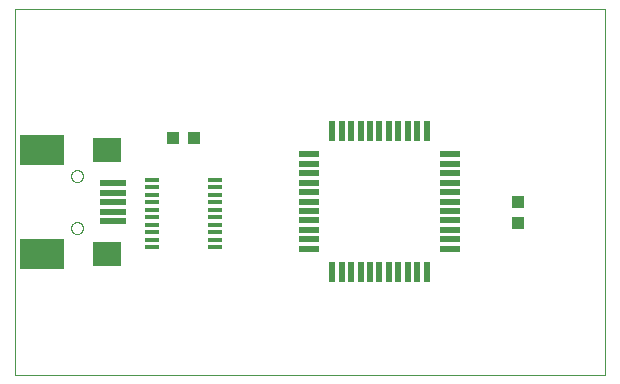
<source format=gtp>
G75*
%MOIN*%
%OFA0B0*%
%FSLAX25Y25*%
%IPPOS*%
%LPD*%
%AMOC8*
5,1,8,0,0,1.08239X$1,22.5*
%
%ADD10C,0.00000*%
%ADD11R,0.09449X0.07874*%
%ADD12R,0.09087X0.01969*%
%ADD13R,0.15000X0.10000*%
%ADD14R,0.01969X0.07087*%
%ADD15R,0.07087X0.01969*%
%ADD16R,0.04500X0.01500*%
%ADD17R,0.04134X0.04252*%
%ADD18R,0.04252X0.04134*%
D10*
X0008616Y0001000D02*
X0008616Y0123047D01*
X0205467Y0123047D01*
X0205467Y0001000D01*
X0008616Y0001000D01*
X0027405Y0049907D02*
X0027407Y0049995D01*
X0027413Y0050083D01*
X0027423Y0050171D01*
X0027437Y0050259D01*
X0027454Y0050345D01*
X0027476Y0050431D01*
X0027501Y0050515D01*
X0027531Y0050599D01*
X0027563Y0050681D01*
X0027600Y0050761D01*
X0027640Y0050840D01*
X0027684Y0050917D01*
X0027731Y0050992D01*
X0027781Y0051064D01*
X0027835Y0051135D01*
X0027891Y0051202D01*
X0027951Y0051268D01*
X0028013Y0051330D01*
X0028079Y0051390D01*
X0028146Y0051446D01*
X0028217Y0051500D01*
X0028289Y0051550D01*
X0028364Y0051597D01*
X0028441Y0051641D01*
X0028520Y0051681D01*
X0028600Y0051718D01*
X0028682Y0051750D01*
X0028766Y0051780D01*
X0028850Y0051805D01*
X0028936Y0051827D01*
X0029022Y0051844D01*
X0029110Y0051858D01*
X0029198Y0051868D01*
X0029286Y0051874D01*
X0029374Y0051876D01*
X0029462Y0051874D01*
X0029550Y0051868D01*
X0029638Y0051858D01*
X0029726Y0051844D01*
X0029812Y0051827D01*
X0029898Y0051805D01*
X0029982Y0051780D01*
X0030066Y0051750D01*
X0030148Y0051718D01*
X0030228Y0051681D01*
X0030307Y0051641D01*
X0030384Y0051597D01*
X0030459Y0051550D01*
X0030531Y0051500D01*
X0030602Y0051446D01*
X0030669Y0051390D01*
X0030735Y0051330D01*
X0030797Y0051268D01*
X0030857Y0051202D01*
X0030913Y0051135D01*
X0030967Y0051064D01*
X0031017Y0050992D01*
X0031064Y0050917D01*
X0031108Y0050840D01*
X0031148Y0050761D01*
X0031185Y0050681D01*
X0031217Y0050599D01*
X0031247Y0050515D01*
X0031272Y0050431D01*
X0031294Y0050345D01*
X0031311Y0050259D01*
X0031325Y0050171D01*
X0031335Y0050083D01*
X0031341Y0049995D01*
X0031343Y0049907D01*
X0031341Y0049819D01*
X0031335Y0049731D01*
X0031325Y0049643D01*
X0031311Y0049555D01*
X0031294Y0049469D01*
X0031272Y0049383D01*
X0031247Y0049299D01*
X0031217Y0049215D01*
X0031185Y0049133D01*
X0031148Y0049053D01*
X0031108Y0048974D01*
X0031064Y0048897D01*
X0031017Y0048822D01*
X0030967Y0048750D01*
X0030913Y0048679D01*
X0030857Y0048612D01*
X0030797Y0048546D01*
X0030735Y0048484D01*
X0030669Y0048424D01*
X0030602Y0048368D01*
X0030531Y0048314D01*
X0030459Y0048264D01*
X0030384Y0048217D01*
X0030307Y0048173D01*
X0030228Y0048133D01*
X0030148Y0048096D01*
X0030066Y0048064D01*
X0029982Y0048034D01*
X0029898Y0048009D01*
X0029812Y0047987D01*
X0029726Y0047970D01*
X0029638Y0047956D01*
X0029550Y0047946D01*
X0029462Y0047940D01*
X0029374Y0047938D01*
X0029286Y0047940D01*
X0029198Y0047946D01*
X0029110Y0047956D01*
X0029022Y0047970D01*
X0028936Y0047987D01*
X0028850Y0048009D01*
X0028766Y0048034D01*
X0028682Y0048064D01*
X0028600Y0048096D01*
X0028520Y0048133D01*
X0028441Y0048173D01*
X0028364Y0048217D01*
X0028289Y0048264D01*
X0028217Y0048314D01*
X0028146Y0048368D01*
X0028079Y0048424D01*
X0028013Y0048484D01*
X0027951Y0048546D01*
X0027891Y0048612D01*
X0027835Y0048679D01*
X0027781Y0048750D01*
X0027731Y0048822D01*
X0027684Y0048897D01*
X0027640Y0048974D01*
X0027600Y0049053D01*
X0027563Y0049133D01*
X0027531Y0049215D01*
X0027501Y0049299D01*
X0027476Y0049383D01*
X0027454Y0049469D01*
X0027437Y0049555D01*
X0027423Y0049643D01*
X0027413Y0049731D01*
X0027407Y0049819D01*
X0027405Y0049907D01*
X0027405Y0067230D02*
X0027407Y0067318D01*
X0027413Y0067406D01*
X0027423Y0067494D01*
X0027437Y0067582D01*
X0027454Y0067668D01*
X0027476Y0067754D01*
X0027501Y0067838D01*
X0027531Y0067922D01*
X0027563Y0068004D01*
X0027600Y0068084D01*
X0027640Y0068163D01*
X0027684Y0068240D01*
X0027731Y0068315D01*
X0027781Y0068387D01*
X0027835Y0068458D01*
X0027891Y0068525D01*
X0027951Y0068591D01*
X0028013Y0068653D01*
X0028079Y0068713D01*
X0028146Y0068769D01*
X0028217Y0068823D01*
X0028289Y0068873D01*
X0028364Y0068920D01*
X0028441Y0068964D01*
X0028520Y0069004D01*
X0028600Y0069041D01*
X0028682Y0069073D01*
X0028766Y0069103D01*
X0028850Y0069128D01*
X0028936Y0069150D01*
X0029022Y0069167D01*
X0029110Y0069181D01*
X0029198Y0069191D01*
X0029286Y0069197D01*
X0029374Y0069199D01*
X0029462Y0069197D01*
X0029550Y0069191D01*
X0029638Y0069181D01*
X0029726Y0069167D01*
X0029812Y0069150D01*
X0029898Y0069128D01*
X0029982Y0069103D01*
X0030066Y0069073D01*
X0030148Y0069041D01*
X0030228Y0069004D01*
X0030307Y0068964D01*
X0030384Y0068920D01*
X0030459Y0068873D01*
X0030531Y0068823D01*
X0030602Y0068769D01*
X0030669Y0068713D01*
X0030735Y0068653D01*
X0030797Y0068591D01*
X0030857Y0068525D01*
X0030913Y0068458D01*
X0030967Y0068387D01*
X0031017Y0068315D01*
X0031064Y0068240D01*
X0031108Y0068163D01*
X0031148Y0068084D01*
X0031185Y0068004D01*
X0031217Y0067922D01*
X0031247Y0067838D01*
X0031272Y0067754D01*
X0031294Y0067668D01*
X0031311Y0067582D01*
X0031325Y0067494D01*
X0031335Y0067406D01*
X0031341Y0067318D01*
X0031343Y0067230D01*
X0031341Y0067142D01*
X0031335Y0067054D01*
X0031325Y0066966D01*
X0031311Y0066878D01*
X0031294Y0066792D01*
X0031272Y0066706D01*
X0031247Y0066622D01*
X0031217Y0066538D01*
X0031185Y0066456D01*
X0031148Y0066376D01*
X0031108Y0066297D01*
X0031064Y0066220D01*
X0031017Y0066145D01*
X0030967Y0066073D01*
X0030913Y0066002D01*
X0030857Y0065935D01*
X0030797Y0065869D01*
X0030735Y0065807D01*
X0030669Y0065747D01*
X0030602Y0065691D01*
X0030531Y0065637D01*
X0030459Y0065587D01*
X0030384Y0065540D01*
X0030307Y0065496D01*
X0030228Y0065456D01*
X0030148Y0065419D01*
X0030066Y0065387D01*
X0029982Y0065357D01*
X0029898Y0065332D01*
X0029812Y0065310D01*
X0029726Y0065293D01*
X0029638Y0065279D01*
X0029550Y0065269D01*
X0029462Y0065263D01*
X0029374Y0065261D01*
X0029286Y0065263D01*
X0029198Y0065269D01*
X0029110Y0065279D01*
X0029022Y0065293D01*
X0028936Y0065310D01*
X0028850Y0065332D01*
X0028766Y0065357D01*
X0028682Y0065387D01*
X0028600Y0065419D01*
X0028520Y0065456D01*
X0028441Y0065496D01*
X0028364Y0065540D01*
X0028289Y0065587D01*
X0028217Y0065637D01*
X0028146Y0065691D01*
X0028079Y0065747D01*
X0028013Y0065807D01*
X0027951Y0065869D01*
X0027891Y0065935D01*
X0027835Y0066002D01*
X0027781Y0066073D01*
X0027731Y0066145D01*
X0027684Y0066220D01*
X0027640Y0066297D01*
X0027600Y0066376D01*
X0027563Y0066456D01*
X0027531Y0066538D01*
X0027501Y0066622D01*
X0027476Y0066706D01*
X0027454Y0066792D01*
X0027437Y0066878D01*
X0027423Y0066966D01*
X0027413Y0067054D01*
X0027407Y0067142D01*
X0027405Y0067230D01*
D11*
X0039217Y0075892D03*
X0039217Y0041246D03*
D12*
X0041437Y0052270D03*
X0041437Y0055419D03*
X0041437Y0058569D03*
X0041437Y0061719D03*
X0041437Y0064868D03*
D13*
X0017563Y0075892D03*
X0017563Y0041246D03*
D14*
X0114443Y0035134D03*
X0117593Y0035134D03*
X0120742Y0035134D03*
X0123892Y0035134D03*
X0127041Y0035134D03*
X0130191Y0035134D03*
X0133341Y0035134D03*
X0136490Y0035134D03*
X0139640Y0035134D03*
X0142789Y0035134D03*
X0145939Y0035134D03*
X0145939Y0082378D03*
X0142789Y0082378D03*
X0139640Y0082378D03*
X0136490Y0082378D03*
X0133341Y0082378D03*
X0130191Y0082378D03*
X0127041Y0082378D03*
X0123892Y0082378D03*
X0120742Y0082378D03*
X0117593Y0082378D03*
X0114443Y0082378D03*
D15*
X0106569Y0074504D03*
X0106569Y0071354D03*
X0106569Y0068205D03*
X0106569Y0065055D03*
X0106569Y0061906D03*
X0106569Y0058756D03*
X0106569Y0055606D03*
X0106569Y0052457D03*
X0106569Y0049307D03*
X0106569Y0046157D03*
X0106569Y0043008D03*
X0153813Y0043008D03*
X0153813Y0046157D03*
X0153813Y0049307D03*
X0153813Y0052457D03*
X0153813Y0055606D03*
X0153813Y0058756D03*
X0153813Y0061906D03*
X0153813Y0065055D03*
X0153813Y0068205D03*
X0153813Y0071354D03*
X0153813Y0074504D03*
D16*
X0075426Y0066069D03*
X0075426Y0063569D03*
X0075426Y0061069D03*
X0075426Y0058569D03*
X0075426Y0056069D03*
X0075426Y0053569D03*
X0075426Y0051069D03*
X0075426Y0048569D03*
X0075426Y0046069D03*
X0075426Y0043569D03*
X0054326Y0043569D03*
X0054326Y0046069D03*
X0054326Y0048569D03*
X0054326Y0051069D03*
X0054326Y0053569D03*
X0054326Y0056069D03*
X0054326Y0058569D03*
X0054326Y0061069D03*
X0054326Y0063569D03*
X0054326Y0066069D03*
D17*
X0061431Y0079819D03*
X0068321Y0079819D03*
D18*
X0176441Y0058451D03*
X0176441Y0051561D03*
M02*

</source>
